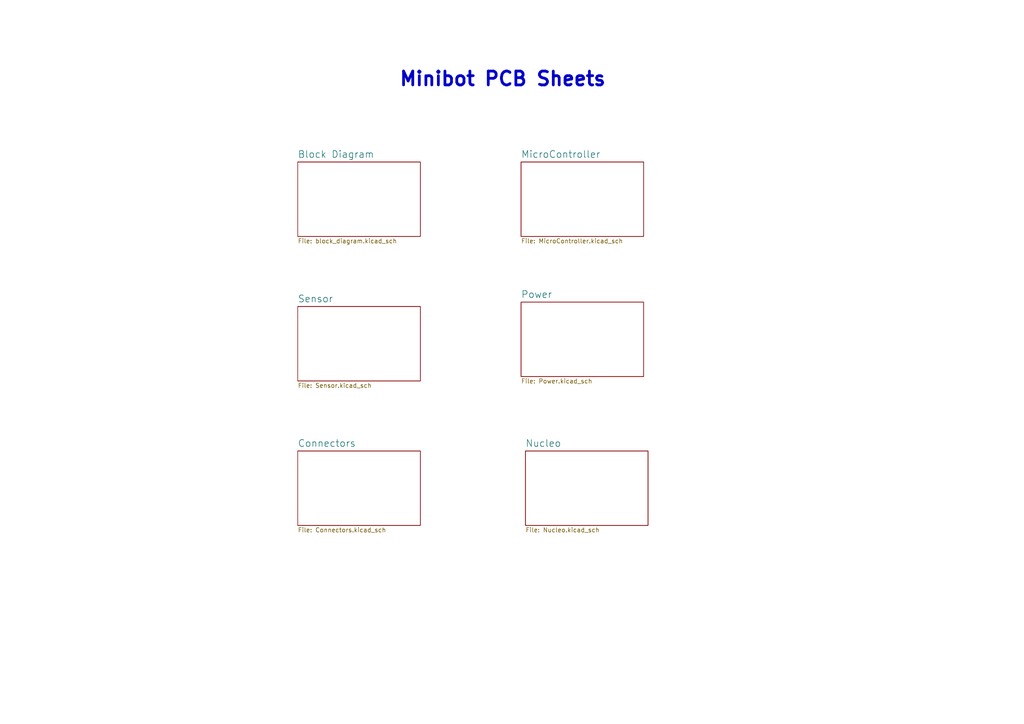
<source format=kicad_sch>
(kicad_sch (version 20230121) (generator eeschema)
  (paper "A4")
  (lib_symbols)
  (text "Minibot PCB Sheets" (at 115.57 25.4 0) (effects (font (size 4 4) (thickness 0.8) bold) (justify left bottom)))
  (sheet (at 151.13 87.63) (size 35.56 21.59) (stroke (width 0.1524))
    (property "Sheetname" "Power" (at 151.13 86.5534 0) (effects (font (size 2 2)) (justify left bottom)))
    (property "Sheetfile" "Power.kicad_sch" (at 151.13 109.8046 0) (effects (justify left top)))
  )
  (sheet (at 86.36 46.99) (size 35.56 21.59) (stroke (width 0.1524))
    (property "Sheetname" "Block Diagram" (at 86.36 45.9134 0) (effects (font (size 2 2)) (justify left bottom)))
    (property "Sheetfile" "block_diagram.kicad_sch" (at 86.36 69.1646 0) (effects (justify left top)))
  )
  (sheet (at 151.13 46.99) (size 35.56 21.59) (stroke (width 0.1524))
    (property "Sheetname" "MicroController" (at 151.13 45.9134 0) (effects (font (size 2 2)) (justify left bottom)))
    (property "Sheetfile" "MicroController.kicad_sch" (at 151.13 69.1646 0) (effects (justify left top)))
  )
  (sheet (at 86.36 130.81) (size 35.56 21.59) (stroke (width 0.1524))
    (property "Sheetname" "Connectors" (at 86.36 129.7334 0) (effects (font (size 2 2)) (justify left bottom)))
    (property "Sheetfile" "Connectors.kicad_sch" (at 86.36 152.9846 0) (effects (justify left top)))
  )
  (sheet (at 86.36 88.9) (size 35.56 21.59) (stroke (width 0.1524))
    (property "Sheetname" "Sensor" (at 86.36 87.8234 0) (effects (font (size 2 2)) (justify left bottom)))
    (property "Sheetfile" "Sensor.kicad_sch" (at 86.36 111.0746 0) (effects (justify left top)))
  )
  (sheet (at 152.4 130.81) (size 35.56 21.59) (stroke (width 0.1524))
    (property "Sheetname" "Nucleo" (at 152.4 129.7334 0) (effects (font (size 2 2)) (justify left bottom)))
    (property "Sheetfile" "Nucleo.kicad_sch" (at 152.4 152.9846 0) (effects (justify left top)))
  )
)
</source>
